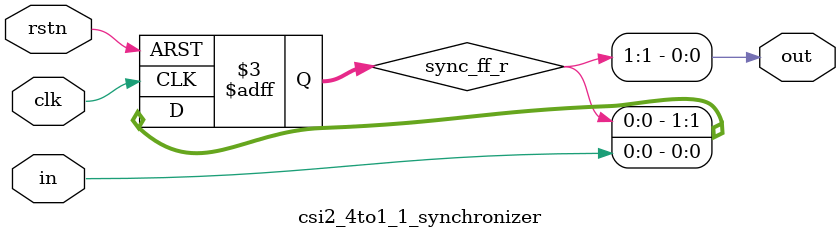
<source format=v>

module csi2_4to1_1_synchronizer (
    input		clk,
    input		rstn,
    input		in,

    output		out
);

reg [1:0]	sync_ff_r;
always @(posedge clk or negedge rstn)
   if (!rstn) begin
      sync_ff_r 	<= 0;
   end
   else begin
      sync_ff_r[0] 	<= in;
      sync_ff_r[1] 	<= sync_ff_r[0];
   end

assign out = sync_ff_r[1];

endmodule

</source>
